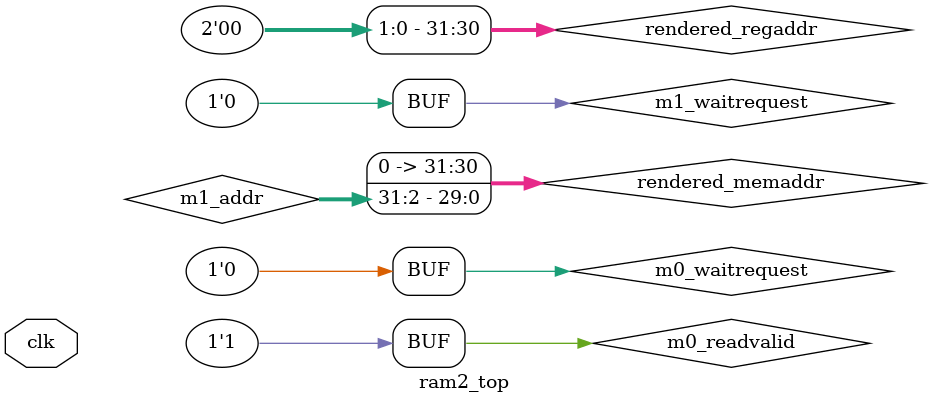
<source format=sv>
module ram2_top (
    input clk
);

    logic rst;
    logic locked;

    logic pll_clk, m1_sys_rst, m1_read, m1_write, m1_waitrequest, m1_readdatavalid;
    logic readdatavalid_tmp;
    logic [31:0] m1_addr, m1_readdata, m1_writedata;
    logic [31:0] r0, r1, r2, r3;

    logic [31:0] rendered_memaddr, writedata;
    logic [4:0] access_addr;
    logic ram_wren, rf_wren; 

    // r0, JTAG or RegFile
    // r1, ram address
    // r2, wren
    // r3, data
    logic effect_write;
    logic effect_write_last;
    assign access_addr = r0[0] ? r1[4:0] : rendered_memaddr[4:0];
    assign effect_write = r2[0];
    assign ram_wren = r0[0] ? rf_wren : m1_write;
    assign writedata = r0[0] ? r3 : m1_writedata;

    assign rendered_memaddr = m1_addr>>2;
    assign m1_waitrequest = 1'b0;

    always @(posedge pll_clk) begin
        if (m1_sys_rst) begin
            readdatavalid_tmp <= 1'b0;
            m1_readdatavalid <= 1'b0;
    end else begin
        readdatavalid_tmp <= m1_read;
        m1_readdatavalid <= readdatavalid_tmp;
        end
    end

    // ram1 u0 (
    //     .data    (writedata),    //   input,  width = 32,    data.datain
    //     .q       (m1_readdata),       //  output,  width = 32,       q.dataout
    //     .address (access_addr), //   input,  width = 12, address.address
    //     .wren    (ram_wren),    //   input,   width = 1,    wren.wren
    //     .clock   (pll_clk)    //   input,   width = 1,   clock.clk
    // );
    ram2 u0 (
        .data      (writedata),      //   input,  width = 32,      data.datain
        .q         (m1_readdata),         //  output,  width = 32,         q.dataout
        .wraddress (access_addr), //   input,   width = 5, wraddress.wraddress
        .rdaddress (access_addr), //   input,   width = 5, rdaddress.rdaddress
        .wren      (ram_wren),      //   input,   width = 1,      wren.wren
        .clock     (pll_clk)      //   input,   width = 1,     clock.clk
    );

    


    always_ff @(posedge pll_clk) begin
    if(m1_sys_rst) begin
        rf_wren <= 0;
        effect_write_last <= 0;
    end
    else if (~effect_write_last & effect_write) begin
        rf_wren <= 1;
        effect_write_last <= effect_write;
    end else begin
        rf_wren <= 0;
        effect_write_last <= effect_write;
    end
    end

    


    
    logic m0_read, m0_write, m0_waitrequest, m0_readvalid;
    assign m0_waitrequest = 1'b0;
    assign m0_readvalid = 1'b1;
    logic [31:0] rendered_regaddr, reg_readdata, m0_writedata, m0_addr;
    assign rendered_regaddr = m0_addr>>2;
    regfile rf0 (
        .clock(pll_clk), .ctrl_writeEnable(m0_write), .ctrl_reset(m0_sys_rst),
        .ctrl_writeReg(rendered_regaddr), .ctrl_readRegA(rendered_regaddr), .ctrl_readRegB(),
        .data_writeReg(m0_writedata),
        .data_readRegA(reg_readdata), .data_readRegB(),
            .r0(r0), .r1(r1), .r2(r2), .r3(r3)
    );
    // regfile rf0 (
    //     .clock(pll_clk), .ctrl_writeEnable(m1_write), .ctrl_reset(m0_sys_rst),
    //     .ctrl_writeReg('b0), .ctrl_readRegA(rendered_regaddr), .ctrl_readRegB(),
    //     .data_writeReg(m1_addr),
    //     .data_readRegA(reg_readdata), .data_readRegB(),
    //         .r0(r0), .r1(r1), .r2(r2), .r3(r3)
    // );



    SRAM_SC periph (
        .clock_bridge_0_out_clk_clk                   (pll_clk),                   //  output,   width = 1,            clock_bridge_0_out_clk.clk
        .clk_clk                                      (clk),                                      //   input,   width = 1,                               clk.clk
        .iopll_0_reset_reset                          (rst),                          //   input,   width = 1,                     iopll_0_reset.reset
        .iopll_0_locked_export                        (locked),                        //  output,   width = 1,                    iopll_0_locked.export
        .master_1_master_reset_reset                  (m1_sys_rst),                  //  output,   width = 1,             master_1_master_reset.reset
        .master_1_master_address                      (m1_addr),                      //  output,  width = 32,                   master_1_master.address
        .master_1_master_readdata                     (m1_readdata),                     //   input,  width = 32,                                  .readdata
        .master_1_master_read                         (m1_read),                         //  output,   width = 1,                                  .read
        .master_1_master_write                        (m1_write),                        //  output,   width = 1,                                  .write
        .master_1_master_writedata                    (m1_writedata),                    //  output,  width = 32,                                  .writedata
        .master_1_master_waitrequest                  (m1_waitrequest),                  //   input,   width = 1,                                  .waitrequest
        .master_1_master_readdatavalid                (m1_readdatavalid),                //   input,   width = 1,                                  .readdatavalid
        .master_1_master_byteenable                   (),                   //  output,   width = 4,                                  .byteenable
        .reset_reset                                  (~locked),                                  //   input,   width = 1,                             reset.reset
        .s10_user_rst_clkgate_2_ninit_done_ninit_done (rst),  //  output,   width = 1, s10_user_rst_clkgate_2_ninit_done.ninit_done
        //master_0 connected to Regfile
        .master_0_master_reset_reset                  (m0_sys_rst),                  //  output,   width = 1,             master_0_master_reset.reset
        .master_0_master_address                      (m0_addr),                      //  output,  width = 32,                   master_0_master.address
        .master_0_master_readdata                     (reg_readdata),                     //   input,  width = 32,                                  .readdata
        .master_0_master_read                         (m0_read),                         //  output,   width = 1,                                  .read
        .master_0_master_write                        (m0_write),                        //  output,   width = 1,                                  .write
        .master_0_master_writedata                    (m0_writedata),                    //  output,  width = 32,                                  .writedata
        .master_0_master_waitrequest                  (m0_waitrequest),                  //   input,   width = 1,                                  .waitrequest
        .master_0_master_readdatavalid                (m0_readvalid),                //   input,   width = 1,                                  .readdatavalid
        .master_0_master_byteenable                   ()                    //  output,   width = 4,                                  .byteenable
    );


endmodule: ram2_top
</source>
